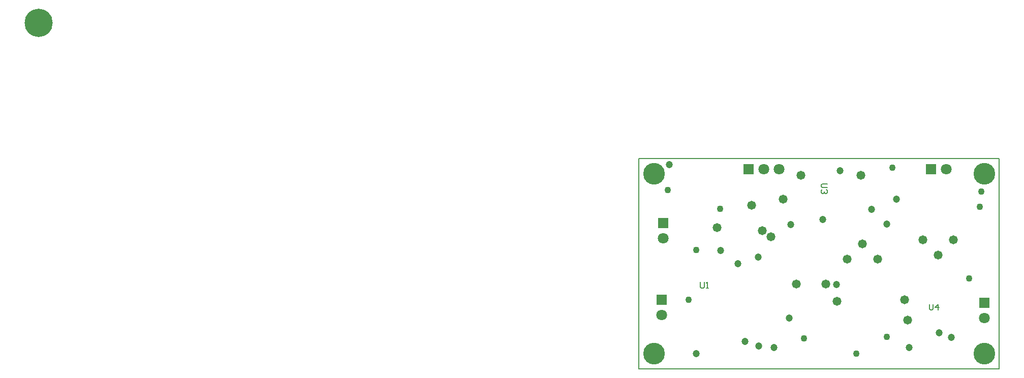
<source format=gbs>
G04 Layer_Color=16711935*
%FSLAX25Y25*%
%MOIN*%
G70*
G01*
G75*
%ADD25C,0.00500*%
%ADD26C,0.00591*%
%ADD57C,0.14186*%
%ADD58C,0.18516*%
%ADD59C,0.05800*%
%ADD60R,0.07099X0.07099*%
%ADD61C,0.07099*%
%ADD62R,0.07099X0.07099*%
%ADD63C,0.04331*%
%ADD64C,0.04737*%
D25*
X0Y137795D02*
X236221D01*
Y0D02*
Y137795D01*
X0Y0D02*
X236221D01*
X0D02*
Y137795D01*
D26*
X190366Y42306D02*
Y39026D01*
X191022Y38370D01*
X192334D01*
X192990Y39026D01*
Y42306D01*
X196270Y38370D02*
Y42306D01*
X194302Y40338D01*
X196926D01*
X40126Y56920D02*
Y53640D01*
X40782Y52984D01*
X42094D01*
X42750Y53640D01*
Y56920D01*
X44062Y52984D02*
X45374D01*
X44718D01*
Y56920D01*
X44062Y56264D01*
X123436Y121315D02*
X120156D01*
X119500Y120659D01*
Y119347D01*
X120156Y118691D01*
X123436D01*
X122780Y117379D02*
X123436Y116723D01*
Y115411D01*
X122780Y114755D01*
X122124D01*
X121468Y115411D01*
Y116067D01*
Y115411D01*
X120812Y114755D01*
X120156D01*
X119500Y115411D01*
Y116723D01*
X120156Y117379D01*
D57*
X226378Y127953D02*
D03*
X9843D02*
D03*
Y9843D02*
D03*
X226378D02*
D03*
D58*
X-393898Y226772D02*
D03*
D59*
X146496Y81850D02*
D03*
X156496Y71850D02*
D03*
X136496D02*
D03*
X206024Y84646D02*
D03*
X186024D02*
D03*
X196024Y74646D02*
D03*
X51181Y92520D02*
D03*
X94488Y111221D02*
D03*
X106299Y126969D02*
D03*
X73819Y107283D02*
D03*
X145669Y126969D02*
D03*
X129921Y44291D02*
D03*
X174213Y45315D02*
D03*
X176181Y31870D02*
D03*
X80708Y90551D02*
D03*
X86614Y86614D02*
D03*
X103347Y55413D02*
D03*
X122575D02*
D03*
D60*
X71850Y130905D02*
D03*
X191500Y130815D02*
D03*
D61*
X81850Y130905D02*
D03*
X91850D02*
D03*
X201500Y130815D02*
D03*
X226378Y33307D02*
D03*
X14842Y35315D02*
D03*
X15748Y85630D02*
D03*
D62*
X226378Y43307D02*
D03*
X14842Y45315D02*
D03*
X15748Y95630D02*
D03*
D63*
X216535Y59055D02*
D03*
X162402Y20894D02*
D03*
X37402Y77756D02*
D03*
X224410Y116142D02*
D03*
X108268Y19685D02*
D03*
X223425Y106299D02*
D03*
X166339Y131890D02*
D03*
X18701Y117126D02*
D03*
X32480Y45315D02*
D03*
X142559Y9843D02*
D03*
X53150Y104815D02*
D03*
D64*
X78331Y73319D02*
D03*
X64961Y68898D02*
D03*
X98425Y33307D02*
D03*
X196850Y23622D02*
D03*
X204724Y20669D02*
D03*
X120500Y97815D02*
D03*
X69378Y17717D02*
D03*
X78378Y14764D02*
D03*
X88378Y13780D02*
D03*
X129575Y55118D02*
D03*
X99410Y94488D02*
D03*
X131890Y129921D02*
D03*
X152500Y104358D02*
D03*
X169000Y111221D02*
D03*
X53650Y77346D02*
D03*
X37402Y9843D02*
D03*
X162402Y94827D02*
D03*
X19685Y133858D02*
D03*
X177165Y13780D02*
D03*
M02*

</source>
